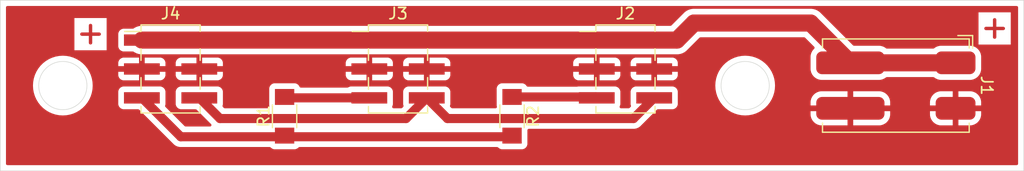
<source format=kicad_pcb>
(kicad_pcb (version 20240108) (generator "pcbnew") (generator_version "8.0")
  (layers (0 "F.Cu" signal) (31 "B.Cu" signal) (34 "B.Paste" user) (35 "F.Paste" user) (36 "B.SilkS" user "B.Silkscreen") (37 "F.SilkS" user "F.Silkscreen") (38 "B.Mask" user) (39 "F.Mask" user) (44 "Edge.Cuts" user))
  (net 0 "")
  (net 1 "PWR_GND")
  (net 2 "PWR_5V")
  (net 3 "SCL")
  (net 4 "SDA")
  (footprint "Fab:PinHeader_2x03_P2.54mm_Vertical_SMD" (layer "F.Cu") (at 125.975 64.54)
    (property "Reference" "J2" (at 0 -4.87 0) (layer "F.SilkS"))
    (property "Value" "3 Conn 2x3")
    (fp_line (start -4.04 -3.3) (end -2.6 -3.3) (stroke (width 0.12)) (layer "F.SilkS"))
    (fp_line (start -2.6 -3.87) (end -2.6 -3.3) (stroke (width 0.12)) (layer "F.SilkS"))
    (fp_line (start -2.6 -3.87) (end 2.6 -3.87) (stroke (width 0.12)) (layer "F.SilkS"))
    (fp_line (start -2.6 -1.78) (end -2.6 -0.76) (stroke (width 0.12)) (layer "F.SilkS"))
    (fp_line (start -2.6 0.76) (end -2.6 1.78) (stroke (width 0.12)) (layer "F.SilkS"))
    (fp_line (start -2.6 3.3) (end -2.6 3.87) (stroke (width 0.12)) (layer "F.SilkS"))
    (fp_line (start -2.6 3.87) (end 2.6 3.87) (stroke (width 0.12)) (layer "F.SilkS"))
    (fp_line (start 2.6 -3.87) (end 2.6 -3.3) (stroke (width 0.12)) (layer "F.SilkS"))
    (fp_line (start 2.6 -1.78) (end 2.6 -0.76) (stroke (width 0.12)) (layer "F.SilkS"))
    (fp_line (start 2.6 0.76) (end 2.6 1.78) (stroke (width 0.12)) (layer "F.SilkS"))
    (fp_line (start 2.6 3.3) (end 2.6 3.87) (stroke (width 0.12)) (layer "F.SilkS"))
    (pad "1" smd rect (at -2.525 -2.54) (size 3.15 1) (layers "F.Cu" "F.Paste" "F.Mask") (net 2 "PWR_5V"))
    (pad "2" smd rect (at 2.525 -2.54) (size 3.15 1) (layers "F.Cu" "F.Paste" "F.Mask") (net 2 "PWR_5V"))
    (pad "3" smd rect (at -2.525 0) (size 3.15 1) (layers "F.Cu" "F.Paste" "F.Mask") (net 1 "PWR_GND"))
    (pad "4" smd rect (at 2.525 0) (size 3.15 1) (layers "F.Cu" "F.Paste" "F.Mask") (net 1 "PWR_GND"))
    (pad "5" smd rect (at -2.525 2.54) (size 3.15 1) (layers "F.Cu" "F.Paste" "F.Mask") (net 3 "SCL"))
    (pad "6" smd rect (at 2.525 2.54) (size 3.15 1) (layers "F.Cu" "F.Paste" "F.Mask") (net 4 "SDA"))
  )
  (footprint "Fab:R_1206" (layer "F.Cu") (at 116 68.7 -90)
    (property "Reference" "R2" (at 0 -1.85 90) (layer "F.SilkS"))
    (property "Value" "0 Ohm")
    (fp_line (start 1 1.07) (end -1 1.07) (stroke (width 0.12)) (layer "F.SilkS"))
    (fp_line (start -1 -1.07) (end 1 -1.07) (stroke (width 0.12)) (layer "F.SilkS"))
    (pad "1" smd rect (at -1.7 0 270) (size 1.4 1.7) (layers "F.Cu" "F.Paste" "F.Mask") (net 3 "SCL"))
    (pad "2" smd rect (at 1.7 0 270) (size 1.4 1.7) (layers "F.Cu" "F.Paste" "F.Mask") (net 3 "SCL"))
  )
  (footprint "Fab:PinHeader_2x03_P2.54mm_Vertical_SMD" (layer "F.Cu") (at 105.975 64.54)
    (property "Reference" "J3" (at 0 -4.87 0) (layer "F.SilkS"))
    (property "Value" "2 Conn 2x3")
    (fp_line (start -4.04 -3.3) (end -2.6 -3.3) (stroke (width 0.12)) (layer "F.SilkS"))
    (fp_line (start -2.6 -3.87) (end -2.6 -3.3) (stroke (width 0.12)) (layer "F.SilkS"))
    (fp_line (start -2.6 -3.87) (end 2.6 -3.87) (stroke (width 0.12)) (layer "F.SilkS"))
    (fp_line (start -2.6 -1.78) (end -2.6 -0.76) (stroke (width 0.12)) (layer "F.SilkS"))
    (fp_line (start -2.6 0.76) (end -2.6 1.78) (stroke (width 0.12)) (layer "F.SilkS"))
    (fp_line (start -2.6 3.3) (end -2.6 3.87) (stroke (width 0.12)) (layer "F.SilkS"))
    (fp_line (start -2.6 3.87) (end 2.6 3.87) (stroke (width 0.12)) (layer "F.SilkS"))
    (fp_line (start 2.6 -3.87) (end 2.6 -3.3) (stroke (width 0.12)) (layer "F.SilkS"))
    (fp_line (start 2.6 -1.78) (end 2.6 -0.76) (stroke (width 0.12)) (layer "F.SilkS"))
    (fp_line (start 2.6 0.76) (end 2.6 1.78) (stroke (width 0.12)) (layer "F.SilkS"))
    (fp_line (start 2.6 3.3) (end 2.6 3.87) (stroke (width 0.12)) (layer "F.SilkS"))
    (pad "1" smd rect (at -2.525 -2.54) (size 3.15 1) (layers "F.Cu" "F.Paste" "F.Mask") (net 2 "PWR_5V"))
    (pad "2" smd rect (at 2.525 -2.54) (size 3.15 1) (layers "F.Cu" "F.Paste" "F.Mask") (net 2 "PWR_5V"))
    (pad "3" smd rect (at -2.525 0) (size 3.15 1) (layers "F.Cu" "F.Paste" "F.Mask") (net 1 "PWR_GND"))
    (pad "4" smd rect (at 2.525 0) (size 3.15 1) (layers "F.Cu" "F.Paste" "F.Mask") (net 1 "PWR_GND"))
    (pad "5" smd rect (at -2.525 2.54) (size 3.15 1) (layers "F.Cu" "F.Paste" "F.Mask") (net 3 "SCL"))
    (pad "6" smd rect (at 2.525 2.54) (size 3.15 1) (layers "F.Cu" "F.Paste" "F.Mask") (net 4 "SDA"))
  )
  (footprint "Fab:PinHeader_2x03_P2.54mm_Vertical_SMD" (layer "F.Cu") (at 85.975 64.54)
    (property "Reference" "J4" (at 0 -4.87 0) (layer "F.SilkS"))
    (property "Value" "1 Conn 2x3")
    (fp_line (start -4.04 -3.3) (end -2.6 -3.3) (stroke (width 0.12)) (layer "F.SilkS"))
    (fp_line (start -2.6 -3.87) (end -2.6 -3.3) (stroke (width 0.12)) (layer "F.SilkS"))
    (fp_line (start -2.6 -3.87) (end 2.6 -3.87) (stroke (width 0.12)) (layer "F.SilkS"))
    (fp_line (start -2.6 -1.78) (end -2.6 -0.76) (stroke (width 0.12)) (layer "F.SilkS"))
    (fp_line (start -2.6 0.76) (end -2.6 1.78) (stroke (width 0.12)) (layer "F.SilkS"))
    (fp_line (start -2.6 3.3) (end -2.6 3.87) (stroke (width 0.12)) (layer "F.SilkS"))
    (fp_line (start -2.6 3.87) (end 2.6 3.87) (stroke (width 0.12)) (layer "F.SilkS"))
    (fp_line (start 2.6 -3.87) (end 2.6 -3.3) (stroke (width 0.12)) (layer "F.SilkS"))
    (fp_line (start 2.6 -1.78) (end 2.6 -0.76) (stroke (width 0.12)) (layer "F.SilkS"))
    (fp_line (start 2.6 0.76) (end 2.6 1.78) (stroke (width 0.12)) (layer "F.SilkS"))
    (fp_line (start 2.6 3.3) (end 2.6 3.87) (stroke (width 0.12)) (layer "F.SilkS"))
    (pad "1" smd rect (at -2.525 -2.54) (size 3.15 1) (layers "F.Cu" "F.Paste" "F.Mask") (net 2 "PWR_5V"))
    (pad "2" smd rect (at 2.525 -2.54) (size 3.15 1) (layers "F.Cu" "F.Paste" "F.Mask") (net 2 "PWR_5V"))
    (pad "3" smd rect (at -2.525 0) (size 3.15 1) (layers "F.Cu" "F.Paste" "F.Mask") (net 1 "PWR_GND"))
    (pad "4" smd rect (at 2.525 0) (size 3.15 1) (layers "F.Cu" "F.Paste" "F.Mask") (net 1 "PWR_GND"))
    (pad "5" smd rect (at -2.525 2.54) (size 3.15 1) (layers "F.Cu" "F.Paste" "F.Mask") (net 3 "SCL"))
    (pad "6" smd rect (at 2.525 2.54) (size 3.15 1) (layers "F.Cu" "F.Paste" "F.Mask") (net 4 "SDA"))
  )
  (footprint "Connector_TE-Connectivity:TE_2834006-2_1x02_P4.0mm_Horizontal" (layer "F.Cu") (at 149.75 66 -90)
    (property "Reference" "J1" (at 0 -8 -90) (layer "F.SilkS"))
    (property "Value" "Conn_01x02_Pin")
    (fp_line (start -4.1 6.45) (end -3.3 6.45) (stroke (width 0.12)) (layer "F.SilkS"))
    (fp_line (start -4.1 6.45) (end -4.1 -6.45) (stroke (width 0.12)) (layer "F.SilkS"))
    (fp_line (start 4.1 6.45) (end 3.3 6.45) (stroke (width 0.12)) (layer "F.SilkS"))
    (fp_line (start -4.1 -6.45) (end -3.3 -6.45) (stroke (width 0.12)) (layer "F.SilkS"))
    (fp_line (start 4.1 -6.45) (end 4.1 6.45) (stroke (width 0.12)) (layer "F.SilkS"))
    (fp_line (start 4.1 -6.45) (end 3.3 -6.45) (stroke (width 0.12)) (layer "F.SilkS"))
    (fp_line (start -4.4 -6.75) (end -4.4 -5.45) (stroke (width 0.12)) (layer "F.SilkS"))
    (fp_line (start -3.3 -6.75) (end -4.4 -6.75) (stroke (width 0.12)) (layer "F.SilkS"))
    (pad "1" smd roundrect (at -2 -5.25 270) (size 2 3.5) (layers "F.Cu" "F.Paste" "F.Mask") (net 2 "PWR_5V"))
    (pad "1" smd roundrect (at -2 4 270) (size 2 6) (layers "F.Cu" "F.Paste" "F.Mask") (net 2 "PWR_5V"))
    (pad "2" smd roundrect (at 2 -5.25 270) (size 2 3.5) (layers "F.Cu" "F.Paste" "F.Mask") (net 1 "PWR_GND"))
    (pad "2" smd roundrect (at 2 4 270) (size 2 6) (layers "F.Cu" "F.Paste" "F.Mask") (net 1 "PWR_GND"))
  )
  (footprint "Fab:R_1206" (layer "F.Cu") (at 96 68.7 90)
    (property "Reference" "R1" (at 0 -1.85 90) (layer "F.SilkS"))
    (property "Value" "0 Ohm")
    (fp_line (start -1 -1.07) (end 1 -1.07) (stroke (width 0.12)) (layer "F.SilkS"))
    (fp_line (start 1 1.07) (end -1 1.07) (stroke (width 0.12)) (layer "F.SilkS"))
    (pad "1" smd rect (at -1.7 0 90) (size 1.4 1.7) (layers "F.Cu" "F.Paste" "F.Mask") (net 3 "SCL"))
    (pad "2" smd rect (at 1.7 0 90) (size 1.4 1.7) (layers "F.Cu" "F.Paste" "F.Mask") (net 3 "SCL"))
  )
  (gr_rect (start 71 58.5) (end 161 73.5) (stroke (width 0.05)) (fill none) (layer "Edge.Cuts"))
  (gr_circle (center 136.5 66) (end 138 67.5) (stroke (width 0.05)) (fill none) (layer "Edge.Cuts"))
  (gr_circle (center 76.5 66) (end 78 67.5) (stroke (width 0.05)) (fill none) (layer "Edge.Cuts"))
  (gr_text "+" (at 77.5 62.5 0) (layer "F.Cu") (effects (font (size 2 2) (thickness 0.3) (bold yes)) (justify left bottom)))
  (gr_text "+" (at 157 62 0) (layer "F.Cu") (effects (font (size 2 2) (thickness 0.3) (bold yes)) (justify left bottom)))
  (segment (start 83.45 62) (end 130.5 62) (width 1.5) (layer "F.Cu") (net 2))
  (segment (start 145.75 64) (end 155 64) (width 1.5) (layer "F.Cu") (net 2))
  (segment (start 142.25 60.5) (end 145.75 64) (width 1.5) (layer "F.Cu") (net 2))
  (segment (start 132 60.5) (end 142.25 60.5) (width 1.5) (layer "F.Cu") (net 2))
  (segment (start 130.5 62) (end 132 60.5) (width 1.5) (layer "F.Cu") (net 2))
  (segment (start 115.9 70.5) (end 116 70.4) (width 0.8) (layer "F.Cu") (net 3))
  (segment (start 123.37 67) (end 123.45 67.08) (width 0.8) (layer "F.Cu") (net 3))
  (segment (start 83.45 67.08) (end 86.87 70.5) (width 0.8) (layer "F.Cu") (net 3))
  (segment (start 86.87 70.5) (end 115.9 70.5) (width 0.8) (layer "F.Cu") (net 3))
  (segment (start 116 67) (end 123.37 67) (width 0.8) (layer "F.Cu") (net 3))
  (segment (start 96.28 67.08) (end 103.45 67.08) (width 0.8) (layer "F.Cu") (net 3))
  (segment (start 110.32 68.9) (end 126.68 68.9) (width 0.8) (layer "F.Cu") (net 4))
  (segment (start 106.68 68.9) (end 108.5 67.08) (width 0.8) (layer "F.Cu") (net 4))
  (segment (start 108.5 67.08) (end 110.32 68.9) (width 0.8) (layer "F.Cu") (net 4))
  (segment (start 88.5 67.08) (end 90.32 68.9) (width 0.8) (layer "F.Cu") (net 4))
  (segment (start 90.32 68.9) (end 106.68 68.9) (width 0.8) (layer "F.Cu") (net 4))
  (segment (start 126.68 68.9) (end 128.5 67.08) (width 0.8) (layer "F.Cu") (net 4))
  (zone (net 1) (net_name "PWR_GND") (layer "F.Cu") (connect_pads (clearance 0.5)) (min_thickness 0.25) (fill yes (thermal_gap 0.5) (thermal_bridge_width 0.5))
    (polygon (pts (xy 71 58.5) (xy 161 58.5) (xy 161 73.5) (xy 71 73.5)))
  )
)
</source>
